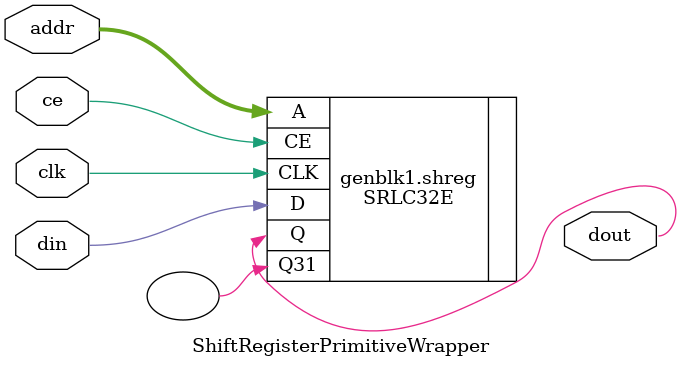
<source format=v>
`timescale 1ns / 1ps
/***********************************************************************************************************************
*                                                                                                                      *
* ANTIKERNEL v0.1                                                                                                      *
*                                                                                                                      *
* Copyright (c) 2012-2017 Andrew D. Zonenberg                                                                          *
* All rights reserved.                                                                                                 *
*                                                                                                                      *
* Redistribution and use in source and binary forms, with or without modification, are permitted provided that the     *
* following conditions are met:                                                                                        *
*                                                                                                                      *
*    * Redistributions of source code must retain the above copyright notice, this list of conditions, and the         *
*      following disclaimer.                                                                                           *
*                                                                                                                      *
*    * Redistributions in binary form must reproduce the above copyright notice, this list of conditions and the       *
*      following disclaimer in the documentation and/or other materials provided with the distribution.                *
*                                                                                                                      *
*    * Neither the name of the author nor the names of any contributors may be used to endorse or promote products     *
*      derived from this software without specific prior written permission.                                           *
*                                                                                                                      *
* THIS SOFTWARE IS PROVIDED BY THE AUTHORS "AS IS" AND ANY EXPRESS OR IMPLIED WARRANTIES, INCLUDING, BUT NOT LIMITED   *
* TO, THE IMPLIED WARRANTIES OF MERCHANTABILITY AND FITNESS FOR A PARTICULAR PURPOSE ARE DISCLAIMED. IN NO EVENT SHALL *
* THE AUTHORS BE HELD LIABLE FOR ANY DIRECT, INDIRECT, INCIDENTAL, SPECIAL, EXEMPLARY, OR CONSEQUENTIAL DAMAGES        *
* (INCLUDING, BUT NOT LIMITED TO, PROCUREMENT OF SUBSTITUTE GOODS OR SERVICES; LOSS OF USE, DATA, OR PROFITS; OR       *
* BUSINESS INTERRUPTION) HOWEVER CAUSED AND ON ANY THEORY OF LIABILITY, WHETHER IN CONTRACT, STRICT LIABILITY, OR TORT *
* (INCLUDING NEGLIGENCE OR OTHERWISE) ARISING IN ANY WAY OUT OF THE USE OF THIS SOFTWARE, EVEN IF ADVISED OF THE       *
* POSSIBILITY OF SUCH DAMAGE.                                                                                          *
*                                                                                                                      *
***********************************************************************************************************************/

/**
	@file
	@author Andrew D. Zonenberg
	@brief A parameterizable width / depth (addressable up to 32 bits for now) shift register.
 */

module ShiftRegisterMacro #(
	parameter WIDTH = 16,
	parameter DEPTH = 32,
	parameter ADDR_BITS = 5
) (
	input wire clk,
	input wire[ADDR_BITS-1 : 0] addr,
	input wire[WIDTH-1 : 0] din,
	input wire ce,
	output wire[WIDTH-1 : 0] dout
);

	////////////////////////////////////////////////////////////////////////////////////////////////
	// Sanity checking

	generate
		initial begin
			if(DEPTH > 32) begin
				$display("ERROR - ShiftRegisterMacro only supports depth values less than 32 for now");
				$finish;
			end
		end
	endgenerate

	////////////////////////////////////////////////////////////////////////////////////////////////
	// The RAM itself

	`ifndef FORMAL
		genvar i;
		generate
			for(i=0; i<WIDTH; i = i+1) begin: shregblock
				ShiftRegisterPrimitiveWrapper #(.DEPTH(32), .ADDR_BITS(ADDR_BITS)) shregbit (
					.clk(clk),
					.addr(addr),
					.din(din[i]),
					.ce(ce),
					.dout(dout[i])
					);
			end
		endgenerate

	`else

		//More easily constrainable behavioral simulation model
		//We can easily constrain this with a .smtc file to match an inferred RAM, MemoryMacro, etc

		integer i;

		reg[WIDTH-1 : 0] storage[DEPTH-1 : 0];
		assign dout = storage[addr];

		initial begin
			for(i=0; i<DEPTH; i=i+1)
				storage[i] <= 0;
		end

		always @(posedge clk) begin
			if(ce) begin
				for(i=DEPTH-1; i>=1; i=i-1)
					storage[i] <= storage[i-1];
				storage[0] <= din;
			end
		end

	`endif

endmodule

/**
	@brief Dumb wrapper around a single SRL* to use vector addresses.

	Parameterizable depth.
 */
module ShiftRegisterPrimitiveWrapper #(
	parameter DEPTH = 32,
	parameter ADDR_BITS = 5
)  (
	input wire clk,
	input wire[ADDR_BITS-1 : 0] addr,
	input wire din,
	input wire ce,
	output wire dout);

	generate
		if(DEPTH == 32) begin

			//instantiate the Xilinx primitive
			`ifndef FORMAL
				SRLC32E #(
					.INIT(32'h00000000)
				) shreg (
					.Q(dout),
					.Q31(),		//cascade output not used yet
					.A(addr),
					.CE(ce),
					.CLK(clk),
					.D(din)
				);

			//simple behavioral model
			`else
				reg[31:0] data = 0;
				assign dout = data[addr];
				always @(posedge clk) begin
					if(ce)
						data <= {data[30:0], din};
				end
			`endif

		end
		else begin
			initial begin
				$display("Invalid depth");
				$finish;
			end
		end
	endgenerate

endmodule

</source>
